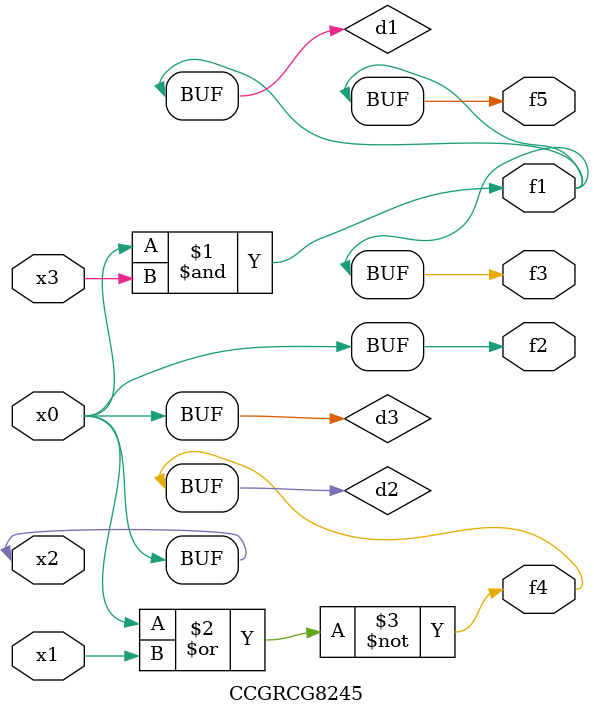
<source format=v>
module CCGRCG8245(
	input x0, x1, x2, x3,
	output f1, f2, f3, f4, f5
);

	wire d1, d2, d3;

	and (d1, x2, x3);
	nor (d2, x0, x1);
	buf (d3, x0, x2);
	assign f1 = d1;
	assign f2 = d3;
	assign f3 = d1;
	assign f4 = d2;
	assign f5 = d1;
endmodule

</source>
